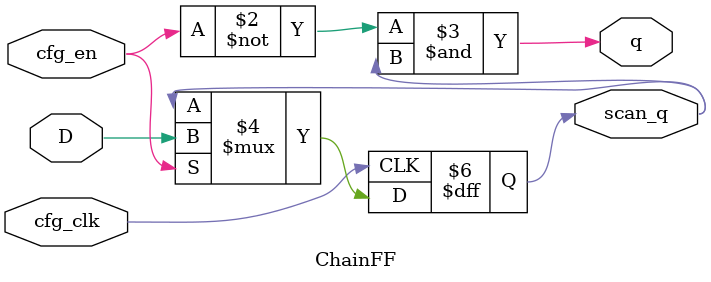
<source format=sv>
module ChainFF(
    input logic cfg_clk,
    input logic cfg_en,
    input logic D,
    output logic scan_q,
    output logic q
);
    // always @(negedge cfg_en) q <= scan_q;
    always @(posedge cfg_clk) begin
        if(cfg_en) scan_q <= D;
        // else q <= scan_q;
    end
    assign q = (~cfg_en) & scan_q;
endmodule

</source>
